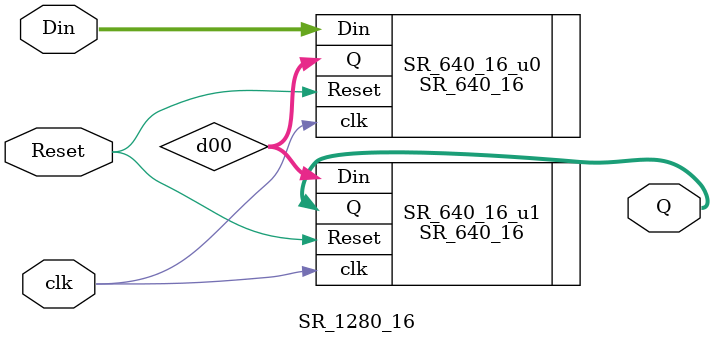
<source format=v>
module SR_1280_16(
	input clk,Reset,
	input [15:0] Din,
	output [15:0] Q
);
wire [15:0] d00;
SR_640_16 SR_640_16_u0(
	.clk(clk),
	.Reset(Reset),
	.Din(Din),
	.Q(d00)
);
SR_640_16 SR_640_16_u1(
	.clk(clk),
	.Reset(Reset),
	.Din(d00),
	.Q(Q)
);
endmodule

</source>
